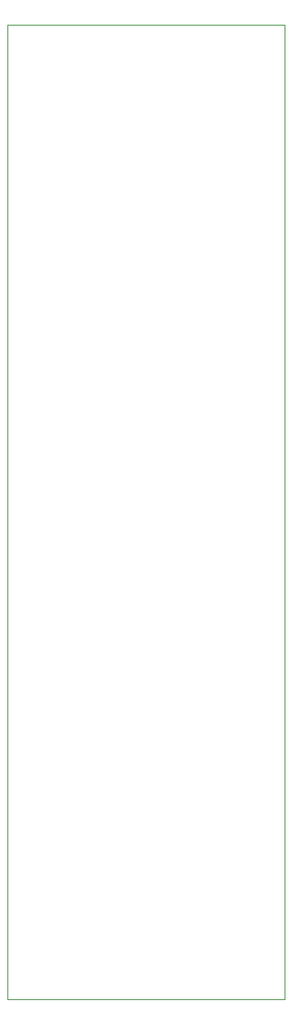
<source format=gbr>
G04 #@! TF.GenerationSoftware,KiCad,Pcbnew,(5.1.5)-3*
G04 #@! TF.CreationDate,2020-11-12T14:52:37+01:00*
G04 #@! TF.ProjectId,50 to 50 Attenuators,35302074-6f20-4353-9020-417474656e75,rev?*
G04 #@! TF.SameCoordinates,Original*
G04 #@! TF.FileFunction,Profile,NP*
%FSLAX46Y46*%
G04 Gerber Fmt 4.6, Leading zero omitted, Abs format (unit mm)*
G04 Created by KiCad (PCBNEW (5.1.5)-3) date 2020-11-12 14:52:37*
%MOMM*%
%LPD*%
G04 APERTURE LIST*
%ADD10C,0.050000*%
G04 APERTURE END LIST*
D10*
X64000000Y-125500000D02*
X64000000Y-25500000D01*
X35500000Y-125500000D02*
X64000000Y-125500000D01*
X35500000Y-25500000D02*
X35500000Y-125500000D01*
X64000000Y-25500000D02*
X35500000Y-25500000D01*
M02*

</source>
